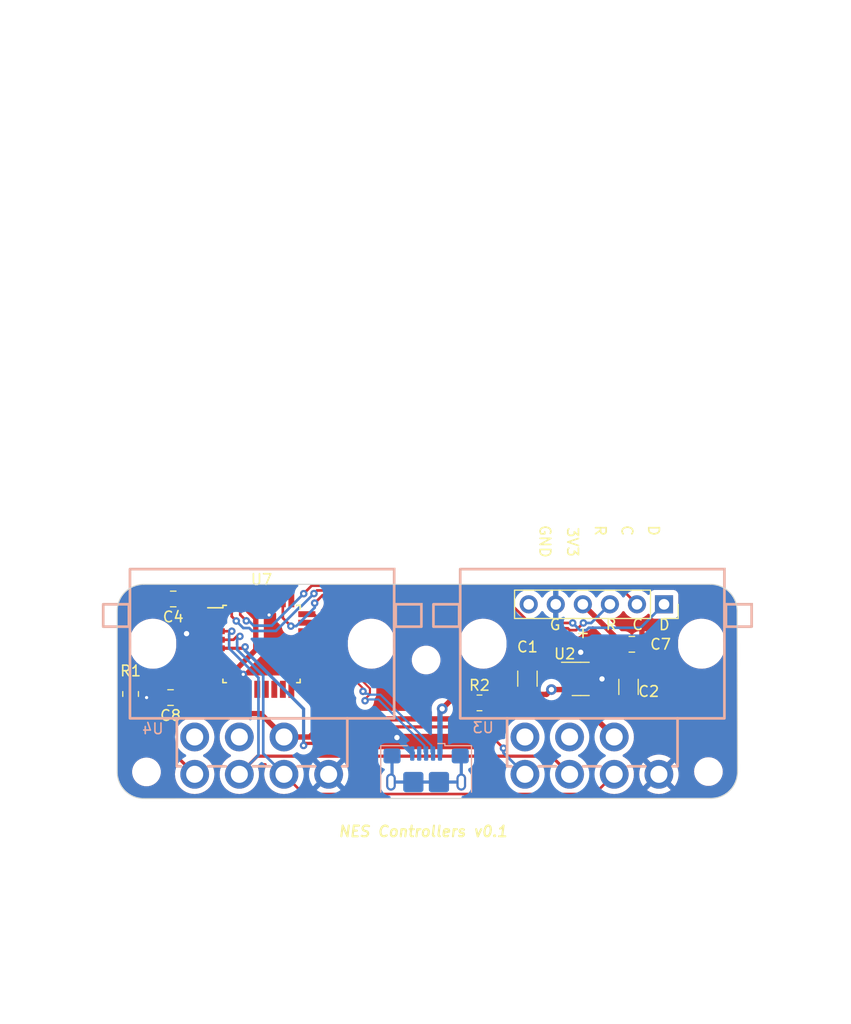
<source format=kicad_pcb>
(kicad_pcb (version 20221018) (generator pcbnew)
  (layers (0 "F.Cu" signal) (31 "B.Cu" signal) (34 "B.Paste" user) (35 "F.Paste" user) (36 "B.SilkS" user "B.Silkscreen") (37 "F.SilkS" user "F.Silkscreen") (38 "B.Mask" user) (39 "F.Mask" user) (44 "Edge.Cuts" user))
  (net 0 "")
  (net 1 "Net-(U7-VDDCORE)")
  (net 3 "/D2")
  (net 4 "/D1")
  (net 5 "VBUS")
  (net 6 "/D-")
  (net 9 "/L")
  (net 10 "/C")
  (net 16 "/D+")
  (net 28 "GND")
  (net 29 "unconnected-(J1-Shield-Pad6)")
  (net 30 "/RESET")
  (net 31 "+3V3")
  (net 32 "/SWCLK")
  (net 33 "/SWDIO")
  (footprint "Resistor_SMD:R_0805_2012Metric" (layer "F.Cu") (at 146.81 75.375)
    (fp_text reference "R2" (at 0 -1.65) (layer "F.SilkS"))
    (fp_text value "10k")
    (fp_line (start -0.227064 -0.735) (end 0.227064 -0.735) (stroke (width 0.12)) (layer "F.SilkS"))
    (fp_line (start -0.227064 0.735) (end 0.227064 0.735) (stroke (width 0.12)) (layer "F.SilkS"))
    (pad "1" smd roundrect (at -0.9125 0) (size 1.025 1.4) (layers "F.Cu" "F.Paste" "F.Mask") (roundrect_rratio 0.243902) (net 31 "+3V3"))
    (pad "2" smd roundrect (at 0.9125 0) (size 1.025 1.4) (layers "F.Cu" "F.Paste" "F.Mask") (roundrect_rratio 0.243902) (net 4 "/D1"))
  )
  (footprint "Capacitor_SMD:C_0805_2012Metric" (layer "F.Cu") (at 118.06 65.625 180)
    (fp_text reference "C4" (at 0 -1.68) (layer "F.SilkS"))
    (fp_text value "1uF")
    (fp_line (start -0.261252 -0.735) (end 0.261252 -0.735) (stroke (width 0.12)) (layer "F.SilkS"))
    (fp_line (start -0.261252 0.735) (end 0.261252 0.735) (stroke (width 0.12)) (layer "F.SilkS"))
    (pad "1" smd roundrect (at -0.95 0 180) (size 1 1.45) (layers "F.Cu" "F.Paste" "F.Mask") (net 1 "Net-(U7-VDDCORE)"))
    (pad "2" smd roundrect (at 0.95 0 180) (size 1 1.45) (layers "F.Cu" "F.Paste" "F.Mask") (net 28 "GND"))
  )
  (footprint "MountingHole:MountingHole_2.2mm_M2" (layer "F.Cu") (at 115.55 81.85)
    (fp_text reference "H1")
    (fp_text value "MountingHole")
    (pad "" np_thru_hole circle (at 0 0) (size 2.2 2.2) (drill 2.2) (layers "*.Cu" "*.Mask"))
  )
  (footprint "Package_QFP:TQFP-32_7x7mm_P0.8mm" (layer "F.Cu") (at 126.35 69.85)
    (fp_text reference "U7" (at 0 -6.05) (layer "F.SilkS"))
    (fp_text value "ATSAMD21E18A-A")
    (fp_line (start -3.625 -3.625) (end -3.625 -3.4) (stroke (width 0.15)) (layer "F.SilkS"))
    (fp_line (start -3.625 -3.625) (end -3.3 -3.625) (stroke (width 0.15)) (layer "F.SilkS"))
    (fp_line (start -3.625 -3.4) (end -5.05 -3.4) (stroke (width 0.15)) (layer "F.SilkS"))
    (fp_line (start -3.625 3.625) (end -3.625 3.3) (stroke (width 0.15)) (layer "F.SilkS"))
    (fp_line (start -3.625 3.625) (end -3.3 3.625) (stroke (width 0.15)) (layer "F.SilkS"))
    (fp_line (start 3.625 -3.625) (end 3.3 -3.625) (stroke (width 0.15)) (layer "F.SilkS"))
    (fp_line (start 3.625 -3.625) (end 3.625 -3.3) (stroke (width 0.15)) (layer "F.SilkS"))
    (fp_line (start 3.625 3.625) (end 3.3 3.625) (stroke (width 0.15)) (layer "F.SilkS"))
    (fp_line (start 3.625 3.625) (end 3.625 3.3) (stroke (width 0.15)) (layer "F.SilkS"))
    (pad "1" smd rect (at -4.25 -2.8) (size 1.6 0.55) (layers "F.Cu" "F.Paste" "F.Mask"))
    (pad "2" smd rect (at -4.25 -2) (size 1.6 0.55) (layers "F.Cu" "F.Paste" "F.Mask"))
    (pad "3" smd rect (at -4.25 -1.2) (size 1.6 0.55) (layers "F.Cu" "F.Paste" "F.Mask") (net 9 "/L"))
    (pad "4" smd rect (at -4.25 -0.4) (size 1.6 0.55) (layers "F.Cu" "F.Paste" "F.Mask") (net 10 "/C"))
    (pad "5" smd rect (at -4.25 0.4) (size 1.6 0.55) (layers "F.Cu" "F.Paste" "F.Mask") (net 4 "/D1"))
    (pad "6" smd rect (at -4.25 1.2) (size 1.6 0.55) (layers "F.Cu" "F.Paste" "F.Mask") (net 3 "/D2"))
    (pad "7" smd rect (at -4.25 2) (size 1.6 0.55) (layers "F.Cu" "F.Paste" "F.Mask"))
    (pad "8" smd rect (at -4.25 2.8) (size 1.6 0.55) (layers "F.Cu" "F.Paste" "F.Mask"))
    (pad "9" smd rect (at -2.8 4.25 90) (size 1.6 0.55) (layers "F.Cu" "F.Paste" "F.Mask") (net 31 "+3V3"))
    (pad "10" smd rect (at -2 4.25 90) (size 1.6 0.55) (layers "F.Cu" "F.Paste" "F.Mask") (net 28 "GND"))
    (pad "11" smd rect (at -1.2 4.25 90) (size 1.6 0.55) (layers "F.Cu" "F.Paste" "F.Mask"))
    (pad "12" smd rect (at -0.4 4.25 90) (size 1.6 0.55) (layers "F.Cu" "F.Paste" "F.Mask"))
    (pad "13" smd rect (at 0.4 4.25 90) (size 1.6 0.55) (layers "F.Cu" "F.Paste" "F.Mask"))
    (pad "14" smd rect (at 1.2 4.25 90) (size 1.6 0.55) (layers "F.Cu" "F.Paste" "F.Mask"))
    (pad "15" smd rect (at 2 4.25 90) (size 1.6 0.55) (layers "F.Cu" "F.Paste" "F.Mask"))
    (pad "16" smd rect (at 2.8 4.25 90) (size 1.6 0.55) (layers "F.Cu" "F.Paste" "F.Mask"))
    (pad "17" smd rect (at 4.25 2.8) (size 1.6 0.55) (layers "F.Cu" "F.Paste" "F.Mask"))
    (pad "18" smd rect (at 4.25 2) (size 1.6 0.55) (layers "F.Cu" "F.Paste" "F.Mask"))
    (pad "19" smd rect (at 4.25 1.2) (size 1.6 0.55) (layers "F.Cu" "F.Paste" "F.Mask"))
    (pad "20" smd rect (at 4.25 0.4) (size 1.6 0.55) (layers "F.Cu" "F.Paste" "F.Mask"))
    (pad "21" smd rect (at 4.25 -0.4) (size 1.6 0.55) (layers "F.Cu" "F.Paste" "F.Mask"))
    (pad "22" smd rect (at 4.25 -1.2) (size 1.6 0.55) (layers "F.Cu" "F.Paste" "F.Mask"))
    (pad "23" smd rect (at 4.25 -2) (size 1.6 0.55) (layers "F.Cu" "F.Paste" "F.Mask") (net 6 "/D-"))
    (pad "24" smd rect (at 4.25 -2.8) (size 1.6 0.55) (layers "F.Cu" "F.Paste" "F.Mask") (net 16 "/D+"))
    (pad "25" smd rect (at 2.8 -4.25 90) (size 1.6 0.55) (layers "F.Cu" "F.Paste" "F.Mask"))
    (pad "26" smd rect (at 2 -4.25 90) (size 1.6 0.55) (layers "F.Cu" "F.Paste" "F.Mask") (net 30 "/RESET"))
    (pad "27" smd rect (at 1.2 -4.25 90) (size 1.6 0.55) (layers "F.Cu" "F.Paste" "F.Mask"))
    (pad "28" smd rect (at 0.4 -4.25 90) (size 1.6 0.55) (layers "F.Cu" "F.Paste" "F.Mask") (net 28 "GND"))
    (pad "29" smd rect (at -0.4 -4.25 90) (size 1.6 0.55) (layers "F.Cu" "F.Paste" "F.Mask") (net 1 "Net-(U7-VDDCORE)"))
    (pad "30" smd rect (at -1.2 -4.25 90) (size 1.6 0.55) (layers "F.Cu" "F.Paste" "F.Mask") (net 31 "+3V3"))
    (pad "31" smd rect (at -2 -4.25 90) (size 1.6 0.55) (layers "F.Cu" "F.Paste" "F.Mask") (net 32 "/SWCLK"))
    (pad "32" smd rect (at -2.8 -4.25 90) (size 1.6 0.55) (layers "F.Cu" "F.Paste" "F.Mask") (net 33 "/SWDIO"))
  )
  (footprint "Capacitor_SMD:C_0805_2012Metric" (layer "F.Cu") (at 161.11 69.875)
    (fp_text reference "C7" (at 2.7 0 180) (layer "F.SilkS"))
    (fp_text value "1uF")
    (fp_line (start -0.261252 -0.735) (end 0.261252 -0.735) (stroke (width 0.12)) (layer "F.SilkS"))
    (fp_line (start -0.261252 0.735) (end 0.261252 0.735) (stroke (width 0.12)) (layer "F.SilkS"))
    (pad "1" smd roundrect (at -0.95 0) (size 1 1.45) (layers "F.Cu" "F.Paste" "F.Mask") (net 31 "+3V3"))
    (pad "2" smd roundrect (at 0.95 0) (size 1 1.45) (layers "F.Cu" "F.Paste" "F.Mask") (net 28 "GND"))
  )
  (footprint "Capacitor_SMD:C_1206_3216Metric" (layer "F.Cu") (at 151.31 73.1 90)
    (fp_text reference "C1" (at 2.975 0) (layer "F.SilkS"))
    (fp_text value "10uF")
    (fp_line (start -0.711252 -0.91) (end 0.711252 -0.91) (stroke (width 0.12)) (layer "F.SilkS"))
    (fp_line (start -0.711252 0.91) (end 0.711252 0.91) (stroke (width 0.12)) (layer "F.SilkS"))
    (pad "1" smd roundrect (at -1.475 0 90) (size 1.15 1.8) (layers "F.Cu" "F.Paste" "F.Mask") (roundrect_rratio 0.217391) (net 5 "VBUS"))
    (pad "2" smd roundrect (at 1.475 0 90) (size 1.15 1.8) (layers "F.Cu" "F.Paste" "F.Mask") (roundrect_rratio 0.217391) (net 28 "GND"))
  )
  (footprint "Package_TO_SOT_SMD:SOT-23-5" (layer "F.Cu") (at 156.31 73.125)
    (fp_text reference "U2" (at -1.5 -2.35 180) (layer "F.SilkS"))
    (fp_text value "AP2112K-3.3")
    (fp_line (start 0 -1.56) (end -1.8 -1.56) (stroke (width 0.12)) (layer "F.SilkS"))
    (fp_line (start 0 -1.56) (end 0.8 -1.56) (stroke (width 0.12)) (layer "F.SilkS"))
    (fp_line (start 0 1.56) (end -0.8 1.56) (stroke (width 0.12)) (layer "F.SilkS"))
    (fp_line (start 0 1.56) (end 0.8 1.56) (stroke (width 0.12)) (layer "F.SilkS"))
    (pad "1" smd roundrect (at -1.1375 -0.95) (size 1.325 0.6) (layers "F.Cu" "F.Paste" "F.Mask") (net 5 "VBUS"))
    (pad "2" smd roundrect (at -1.1375 0) (size 1.325 0.6) (layers "F.Cu" "F.Paste" "F.Mask") (net 28 "GND"))
    (pad "3" smd roundrect (at -1.1375 0.95) (size 1.325 0.6) (layers "F.Cu" "F.Paste" "F.Mask") (net 5 "VBUS"))
    (pad "4" smd roundrect (at 1.1375 0.95) (size 1.325 0.6) (layers "F.Cu" "F.Paste" "F.Mask"))
    (pad "5" smd roundrect (at 1.1375 -0.95) (size 1.325 0.6) (layers "F.Cu" "F.Paste" "F.Mask") (net 31 "+3V3"))
  )
  (footprint "Capacitor_SMD:C_0805_2012Metric" (layer "F.Cu") (at 117.81 74.875 180)
    (fp_text reference "C8" (at 0 -1.68) (layer "F.SilkS"))
    (fp_text value "1uF")
    (fp_line (start -0.261252 -0.735) (end 0.261252 -0.735) (stroke (width 0.12)) (layer "F.SilkS"))
    (fp_line (start -0.261252 0.735) (end 0.261252 0.735) (stroke (width 0.12)) (layer "F.SilkS"))
    (pad "1" smd roundrect (at -0.95 0 180) (size 1 1.45) (layers "F.Cu" "F.Paste" "F.Mask") (net 31 "+3V3"))
    (pad "2" smd roundrect (at 0.95 0 180) (size 1 1.45) (layers "F.Cu" "F.Paste" "F.Mask") (net 28 "GND"))
  )
  (footprint "Capacitor_SMD:C_1206_3216Metric" (layer "F.Cu") (at 160.8 73.875 -90)
    (fp_text reference "C2" (at 0.425 -1.9) (layer "F.SilkS"))
    (fp_text value "10uF")
    (fp_line (start -0.711252 -0.91) (end 0.711252 -0.91) (stroke (width 0.12)) (layer "F.SilkS"))
    (fp_line (start -0.711252 0.91) (end 0.711252 0.91) (stroke (width 0.12)) (layer "F.SilkS"))
    (pad "1" smd roundrect (at -1.475 0 270) (size 1.15 1.8) (layers "F.Cu" "F.Paste" "F.Mask") (roundrect_rratio 0.217391) (net 31 "+3V3"))
    (pad "2" smd roundrect (at 1.475 0 270) (size 1.15 1.8) (layers "F.Cu" "F.Paste" "F.Mask") (roundrect_rratio 0.217391) (net 28 "GND"))
  )
  (footprint "Resistor_SMD:R_0805_2012Metric" (layer "F.Cu") (at 114.06 74.5375 -90)
    (fp_text reference "R1" (at -2.1625 0 -180) (layer "F.SilkS"))
    (fp_text value "10k")
    (fp_line (start -0.227064 -0.735) (end 0.227064 -0.735) (stroke (width 0.12)) (layer "F.SilkS"))
    (fp_line (start -0.227064 0.735) (end 0.227064 0.735) (stroke (width 0.12)) (layer "F.SilkS"))
    (pad "1" smd roundrect (at -0.9125 0 270) (size 1.025 1.4) (layers "F.Cu" "F.Paste" "F.Mask") (roundrect_rratio 0.243902) (net 31 "+3V3"))
    (pad "2" smd roundrect (at 0.9125 0 270) (size 1.025 1.4) (layers "F.Cu" "F.Paste" "F.Mask") (roundrect_rratio 0.243902) (net 3 "/D2"))
  )
  (footprint "Connector_PinSocket_2.54mm:PinSocket_1x06_P2.54mm_Vertical" (layer "F.Cu") (at 164.13 66.125 -90)
    (fp_text reference "J3")
    (fp_text value "Conn_01x06")
    (fp_line (start -1.33 1.27) (end -1.33 14.03) (stroke (width 0.12)) (layer "F.SilkS"))
    (fp_line (start -1.33 1.27) (end 1.33 1.27) (stroke (width 0.12)) (layer "F.SilkS"))
    (fp_line (start -1.33 14.03) (end 1.33 14.03) (stroke (width 0.12)) (layer "F.SilkS"))
    (fp_line (start 0 -1.33) (end 1.33 -1.33) (stroke (width 0.12)) (layer "F.SilkS"))
    (fp_line (start 1.33 -1.33) (end 1.33 0) (stroke (width 0.12)) (layer "F.SilkS"))
    (fp_line (start 1.33 1.27) (end 1.33 14.03) (stroke (width 0.12)) (layer "F.SilkS"))
    (pad "1" thru_hole rect (at 0 0 270) (size 1.7 1.7) (drill 1) (layers "*.Cu" "*.Mask") (net 33 "/SWDIO"))
    (pad "2" thru_hole oval (at 0 2.54 270) (size 1.7 1.7) (drill 1) (layers "*.Cu" "*.Mask") (net 32 "/SWCLK"))
    (pad "3" thru_hole oval (at 0 5.08 270) (size 1.7 1.7) (drill 1) (layers "*.Cu" "*.Mask") (net 30 "/RESET"))
    (pad "4" thru_hole oval (at 0 7.62 270) (size 1.7 1.7) (drill 1) (layers "*.Cu" "*.Mask") (net 31 "+3V3"))
    (pad "5" thru_hole oval (at 0 10.16 270) (size 1.7 1.7) (drill 1) (layers "*.Cu" "*.Mask") (net 28 "GND"))
    (pad "6" thru_hole oval (at 0 12.7 270) (size 1.7 1.7) (drill 1) (layers "*.Cu" "*.Mask"))
  )
  (footprint "MountingHole:MountingHole_2.2mm_M2" (layer "F.Cu") (at 141.8 71.35)
    (fp_text reference "H3")
    (fp_text value "MountingHole")
    (pad "" np_thru_hole circle (at 0 0) (size 2.2 2.2) (drill 2.2) (layers "*.Cu" "*.Mask"))
  )
  (footprint "MountingHole:MountingHole_2.2mm_M2" (layer "F.Cu") (at 168.3 81.817767)
    (fp_text reference "H2")
    (fp_text value "MountingHole")
    (pad "" np_thru_hole circle (at 0 0) (size 2.2 2.2) (drill 2.2) (layers "*.Cu" "*.Mask"))
  )
  (footprint "Minor_Industries:NES controller port" (layer "B.Cu") (at 157.4 77.0724)
    (fp_text reference "U3" (at -10.25 0.6276 unlocked) (layer "B.SilkS") (effects (justify mirror)))
    (fp_text value "~")
    (fp_line (start -8 4.25) (end -8 -0.25) (stroke (width 0.254)) (layer "B.SilkS"))
    (fp_line (start -8 4.25) (end -7.6 4.25) (stroke (width 0.254)) (layer "B.SilkS"))
    (fp_line (start -3.41 4.25) (end -5.05 4.25) (stroke (width 0.254)) (layer "B.SilkS"))
    (fp_line (start 0.78 4.25) (end -0.86 4.25) (stroke (width 0.254)) (layer "B.SilkS"))
    (fp_line (start 4.97 4.25) (end 3.33 4.25) (stroke (width 0.254)) (layer "B.SilkS"))
    (fp_line (start 8 -0.25) (end 8 4.25) (stroke (width 0.254)) (layer "B.SilkS"))
    (fp_line (start 8 4.25) (end 7.53 4.25) (stroke (width 0.254)) (layer "B.SilkS"))
    (fp_rect (start -12.5 -10.95) (end -14.913 -8.85) (stroke (width 0.254)) (fill none) (layer "B.SilkS"))
    (fp_rect (start 12.4 -14.25) (end -12.4 -0.25) (stroke (width 0.254)) (fill none) (layer "B.SilkS"))
    (fp_rect (start 14.9565 -10.95) (end 12.5435 -8.85) (stroke (width 0.254)) (fill none) (layer "B.SilkS"))
    (pad "" np_thru_hole oval (at -10.25 -7.25) (size 3.9 4.2) (drill oval 3.9 4.2) (layers "F&B.Cu" "*.Mask"))
    (pad "" thru_hole circle (at -6.325 1.5) (size 2.7 2.7) (drill 1.6) (layers "*.Cu" "*.Mask"))
    (pad "" thru_hole circle (at -2.134 1.5) (size 2.7 2.7) (drill 1.6) (layers "*.Cu" "*.Mask"))
    (pad "" np_thru_hole oval (at 10.25 -7.25) (size 3.9 4.2) (drill oval 3.9 4.2) (layers "F&B.Cu" "*.Mask"))
    (pad "1" thru_hole circle (at 2.057 1.5) (size 2.7 2.7) (drill 1.6) (layers "*.Cu" "*.Mask") (net 31 "+3V3"))
    (pad "2" thru_hole circle (at 6.25 5) (size 2.7 2.7) (drill 1.6) (layers "*.Cu" "*.Mask") (net 28 "GND"))
    (pad "3" thru_hole circle (at -6.325 5) (size 2.7 2.7) (drill 1.6) (layers "*.Cu" "*.Mask") (net 4 "/D1"))
    (pad "4" thru_hole circle (at -2.134 5) (size 2.7 2.7) (drill 1.6) (layers "*.Cu" "*.Mask") (net 9 "/L"))
    (pad "5" thru_hole circle (at 2.057 5) (size 2.7 2.7) (drill 1.6) (layers "*.Cu" "*.Mask") (net 10 "/C"))
  )
  (footprint "Minor_Industries:NES controller port" (layer "B.Cu") (at 126.4 77.0724)
    (fp_text reference "U4" (at -10.25 0.7276 unlocked) (layer "B.SilkS") (effects (justify mirror)))
    (fp_text value "~")
    (fp_line (start -8 4.25) (end -8 -0.25) (stroke (width 0.254)) (layer "B.SilkS"))
    (fp_line (start -8 4.25) (end -7.6 4.25) (stroke (width 0.254)) (layer "B.SilkS"))
    (fp_line (start -3.41 4.25) (end -5.05 4.25) (stroke (width 0.254)) (layer "B.SilkS"))
    (fp_line (start 0.78 4.25) (end -0.86 4.25) (stroke (width 0.254)) (layer "B.SilkS"))
    (fp_line (start 4.97 4.25) (end 3.33 4.25) (stroke (width 0.254)) (layer "B.SilkS"))
    (fp_line (start 8 -0.25) (end 8 4.25) (stroke (width 0.254)) (layer "B.SilkS"))
    (fp_line (start 8 4.25) (end 7.53 4.25) (stroke (width 0.254)) (layer "B.SilkS"))
    (fp_rect (start -12.5 -10.95) (end -14.913 -8.85) (stroke (width 0.254)) (fill none) (layer "B.SilkS"))
    (fp_rect (start 12.4 -14.25) (end -12.4 -0.25) (stroke (width 0.254)) (fill none) (layer "B.SilkS"))
    (fp_rect (start 14.9565 -10.95) (end 12.5435 -8.85) (stroke (width 0.254)) (fill none) (layer "B.SilkS"))
    (pad "" np_thru_hole oval (at -10.25 -7.25) (size 3.9 4.2) (drill oval 3.9 4.2) (layers "F&B.Cu" "*.Mask"))
    (pad "" thru_hole circle (at -6.325 1.5) (size 2.7 2.7) (drill 1.6) (layers "*.Cu" "*.Mask"))
    (pad "" thru_hole circle (at -2.134 1.5) (size 2.7 2.7) (drill 1.6) (layers "*.Cu" "*.Mask"))
    (pad "" np_thru_hole oval (at 10.25 -7.25) (size 3.9 4.2) (drill oval 3.9 4.2) (layers "F&B.Cu" "*.Mask"))
    (pad "1" thru_hole circle (at 2.057 1.5) (size 2.7 2.7) (drill 1.6) (layers "*.Cu" "*.Mask") (net 31 "+3V3"))
    (pad "2" thru_hole circle (at 6.25 5) (size 2.7 2.7) (drill 1.6) (layers "*.Cu" "*.Mask") (net 28 "GND"))
    (pad "3" thru_hole circle (at -6.325 5) (size 2.7 2.7) (drill 1.6) (layers "*.Cu" "*.Mask") (net 3 "/D2"))
    (pad "4" thru_hole circle (at -2.134 5) (size 2.7 2.7) (drill 1.6) (layers "*.Cu" "*.Mask") (net 9 "/L"))
    (pad "5" thru_hole circle (at 2.057 5) (size 2.7 2.7) (drill 1.6) (layers "*.Cu" "*.Mask") (net 10 "/C"))
  )
  (footprint "Connector_USB:USB_Micro-B_Amphenol_10118193-0001LF_Horizontal" (layer "B.Cu") (at 141.8 82.8 180)
    (fp_text reference "J1")
    (fp_text value "USB_B_Micro")
    (fp_line (start -4.26 3.41) (end -4.26 -0.95) (stroke (width 0.12)) (layer "B.SilkS"))
    (fp_line (start -4.26 3.41) (end -1.76 3.41) (stroke (width 0.12)) (layer "B.SilkS"))
    (fp_line (start -1.76 3.41) (end -1.76 3.61) (stroke (width 0.12)) (layer "B.SilkS"))
    (fp_line (start -1.1 3.61) (end -1.76 3.61) (stroke (width 0.12)) (layer "B.SilkS"))
    (fp_line (start 1.76 3.41) (end 4.26 3.41) (stroke (width 0.12)) (layer "B.SilkS"))
    (fp_line (start 4.26 3.41) (end 4.26 -0.95) (stroke (width 0.12)) (layer "B.SilkS"))
    (pad "1" smd roundrect (at -1.3 2.675 180) (size 0.4 1.35) (layers "B.Cu" "B.Paste" "B.Mask") (net 5 "VBUS"))
    (pad "2" smd roundrect (at -0.65 2.675 180) (size 0.4 1.35) (layers "B.Cu" "B.Paste" "B.Mask") (net 6 "/D-"))
    (pad "3" smd roundrect (at 0 2.675 180) (size 0.4 1.35) (layers "B.Cu" "B.Paste" "B.Mask") (net 16 "/D+"))
    (pad "4" smd roundrect (at 0.65 2.675 180) (size 0.4 1.35) (layers "B.Cu" "B.Paste" "B.Mask"))
    (pad "5" smd roundrect (at 1.3 2.675 180) (size 0.4 1.35) (layers "B.Cu" "B.Paste" "B.Mask") (net 28 "GND"))
    (pad "6" thru_hole oval (at -3.3 0 90) (size 1.6 0.9) (drill oval 1.2 0.5) (layers "*.Cu" "*.Mask" "B.Paste") (net 29 "unconnected-(J1-Shield-Pad6)"))
    (pad "6" smd roundrect (at -3.2 2.45 180) (size 1.6 1.4) (layers "B.Cu" "B.Paste" "B.Mask") (roundrect_rratio 0.1785714286) (net 29 "unconnected-(J1-Shield-Pad6)"))
    (pad "6" smd roundrect (at -1.2 0 180) (size 1.9 1.9) (layers "B.Cu" "B.Paste" "B.Mask") (roundrect_rratio 0.1315789474) (net 29 "unconnected-(J1-Shield-Pad6)"))
    (pad "6" smd roundrect (at 1.2 0 180) (size 1.9 1.9) (layers "B.Cu" "B.Paste" "B.Mask") (roundrect_rratio 0.1315789474) (net 29 "unconnected-(J1-Shield-Pad6)"))
    (pad "6" smd roundrect (at 3.2 2.45 180) (size 1.6 1.4) (layers "B.Cu" "B.Paste" "B.Mask") (roundrect_rratio 0.1785714286) (net 29 "unconnected-(J1-Shield-Pad6)"))
    (pad "6" thru_hole oval (at 3.3 0 90) (size 1.6 0.9) (drill oval 1.2 0.5) (layers "*.Cu" "*.Mask" "B.Paste") (net 29 "unconnected-(J1-Shield-Pad6)"))
  )
  (gr_arc (start 112.8 66.75) (mid 113.532233 64.982233) (end 115.3 64.25) (stroke (width 0.1)) (layer "Edge.Cuts"))
  (gr_line (start 115.3 84.35) (end 168.532239 84.332219) (stroke (width 0.1)) (layer "Edge.Cuts"))
  (gr_arc (start 168.5 64.25) (mid 170.267767 64.982233) (end 171 66.75) (stroke (width 0.1)) (layer "Edge.Cuts"))
  (gr_line (start 115.3 64.25) (end 168.5 64.25) (stroke (width 0.1)) (layer "Edge.Cuts"))
  (gr_line (start 171 66.75) (end 171.032239 81.832219) (stroke (width 0.1)) (layer "Edge.Cuts"))
  (gr_arc (start 171.032239 81.832219) (mid 170.3 83.6) (end 168.532239 84.332219) (stroke (width 0.1)) (layer "Edge.Cuts"))
  (gr_arc (start 115.3 84.35) (mid 113.532257 83.617763) (end 112.8 81.85) (stroke (width 0.1)) (layer "Edge.Cuts"))
  (gr_line (start 112.8 66.75) (end 112.8 81.85) (stroke (width 0.1)) (layer "Edge.Cuts"))
  (gr_text "G" (at 153.31 68.625) (layer "F.SilkS") (effects (font (size 1 1)) (justify left bottom)))
  (gr_text "C" (at 160.07 58.6 -90) (layer "F.SilkS") (effects (font (size 1 1)) (justify left bottom)))
  (gr_text "GND" (at 152.37 58.6 -90) (layer "F.SilkS") (effects (font (size 1 1)) (justify left bottom)))
  (gr_text "NES Controllers v0.1" (at 133.48 88.02) (layer "F.SilkS") (effects (font (size 1 1) (thickness 0.2) bold italic) (justify left bottom)))
  (gr_text "R" (at 157.57 58.6 -90) (layer "F.SilkS") (effects (font (size 1 1)) (justify left bottom)))
  (gr_text "C" (at 161.06 68.625) (layer "F.SilkS") (effects (font (size 1 1)) (justify left bottom)))
  (gr_text "+" (at 155.81 69.375) (layer "F.SilkS") (effects (font (size 1 1)) (justify left bottom)))
  (gr_text "D" (at 163.56 68.625) (layer "F.SilkS") (effects (font (size 1 1)) (justify left bottom)))
  (gr_text "R" (at 158.56 68.625) (layer "F.SilkS") (effects (font (size 1 1)) (justify left bottom)))
  (gr_text "D" (at 162.57 58.6 -90) (layer "F.SilkS") (effects (font (size 1 1)) (justify left bottom)))
  (gr_text "3V3" (at 154.97 58.8 -90) (layer "F.SilkS") (effects (font (size 1 1)) (justify left bottom)))
  (segment (start 120.185 64.45) (end 125.775 64.45) (width 0.3) (layer "F.Cu") (net 1))
  (segment (start 119.01 65.625) (end 120.185 64.45) (width 0.3) (layer "F.Cu") (net 1))
  (segment (start 125.775 64.45) (end 125.95 64.625) (width 0.3) (layer "F.Cu") (net 1))
  (segment (start 125.95 64.625) (end 125.95 65.6) (width 0.3) (layer "F.Cu") (net 1))
  (segment (start 113.01 73.113972) (end 113.801572 72.3224) (width 0.3) (layer "F.Cu") (net 3))
  (segment (start 114.06 75.45) (end 114.06 76.0574) (width 0.3) (layer "F.Cu") (net 3))
  (segment (start 114.06 75.45) (end 114.06 75.186028) (width 0.3) (layer "F.Cu") (net 3))
  (segment (start 120.635 71.05) (end 122.1 71.05) (width 0.3) (layer "F.Cu") (net 3))
  (segment (start 113.801572 72.3224) (end 119.3626 72.3224) (width 0.3) (layer "F.Cu") (net 3))
  (segment (start 114.06 75.186028) (end 113.01 74.136028) (width 0.3) (layer "F.Cu") (net 3))
  (segment (start 114.06 76.0574) (end 120.075 82.0724) (width 0.3) (layer "F.Cu") (net 3))
  (segment (start 113.01 74.136028) (end 113.01 73.113972) (width 0.3) (layer "F.Cu") (net 3))
  (segment (start 119.3626 72.3224) (end 120.635 71.05) (width 0.3) (layer "F.Cu") (net 3))
  (segment (start 147.7225 78.2875) (end 147.7225 75.375) (width 0.25) (layer "F.Cu") (net 4))
  (segment (start 130.496768 79.1724) (end 131.111128 79.1724) (width 0.3) (layer "F.Cu") (net 4))
  (segment (start 130.297268 79.3719) (end 130.496768 79.1724) (width 0.3) (layer "F.Cu") (net 4))
  (segment (start 132.658528 77.625) (end 145.4725 77.625) (width 0.3) (layer "F.Cu") (net 4))
  (segment (start 124.685 70.25) (end 124.81 70.125) (width 0.3) (layer "F.Cu") (net 4))
  (segment (start 149.06 79.625) (end 147.7225 78.2875) (width 0.25) (layer "F.Cu") (net 4))
  (segment (start 145.4725 77.625) (end 147.7225 75.375) (width 0.3) (layer "F.Cu") (net 4))
  (segment (start 131.111128 79.1724) (end 132.658528 77.625) (width 0.3) (layer "F.Cu") (net 4))
  (segment (start 122.1 70.25) (end 124.685 70.25) (width 0.3) (layer "F.Cu") (net 4))
  (via (at 124.81 70.125) (size 0.7) (drill 0.3) (layers "F.Cu" "B.Cu") (net 4))
  (via (at 149.06 79.625) (size 0.7) (drill 0.3) (layers "F.Cu" "B.Cu") (net 4))
  (via (at 130.297268 79.3719) (size 0.7) (drill 0.3) (layers "F.Cu" "B.Cu") (net 4))
  (segment (start 149.06 80.0574) (end 149.06 79.625) (width 0.25) (layer "B.Cu") (net 4))
  (segment (start 130.297268 75.940516) (end 124.81 70.453248) (width 0.3) (layer "B.Cu") (net 4))
  (segment (start 124.81 70.453248) (end 124.81 70.125) (width 0.3) (layer "B.Cu") (net 4))
  (segment (start 151.075 82.0724) (end 149.06 80.0574) (width 0.25) (layer "B.Cu") (net 4))
  (segment (start 130.297268 79.3719) (end 130.297268 75.940516) (width 0.3) (layer "B.Cu") (net 4))
  (segment (start 145.7105 73.525) (end 150.26 73.525) (width 0.5) (layer "F.Cu") (net 5))
  (segment (start 143.31 75.9255) (end 145.7105 73.525) (width 0.5) (layer "F.Cu") (net 5))
  (segment (start 151.31 74.575) (end 153.11 74.575) (width 0.5) (layer "F.Cu") (net 5))
  (segment (start 150.26 73.525) (end 151.31 74.575) (width 0.5) (layer "F.Cu") (net 5))
  (segment (start 153.71 72.175) (end 155.1725 72.175) (width 0.5) (layer "F.Cu") (net 5))
  (segment (start 153.56 74.125) (end 155.1225 74.125) (width 0.5) (layer "F.Cu") (net 5))
  (segment (start 153.11 74.575) (end 153.56 74.125) (width 0.5) (layer "F.Cu") (net 5))
  (segment (start 151.31 74.575) (end 153.71 72.175) (width 0.5) (layer "F.Cu") (net 5))
  (segment (start 155.1225 74.125) (end 155.1725 74.075) (width 0.5) (layer "F.Cu") (net 5))
  (via (at 153.56 74.125) (size 1) (drill 0.5) (layers "F.Cu" "B.Cu") (net 5))
  (via (at 143.31 75.9255) (size 1) (drill 0.5) (layers "F.Cu" "B.Cu") (net 5))
  (segment (start 143.1 76.1355) (end 143.31 75.9255) (width 0.5) (layer "B.Cu") (net 5))
  (segment (start 143.1 80.125) (end 143.1 76.1355) (width 0.5) (layer "B.Cu") (net 5))
  (segment (start 131.7 69.833199) (end 131.7 68.075) (width 0.2) (layer "F.Cu") (net 6))
  (segment (start 131.7 68.075) (end 130.6 68.075) (width 0.2) (layer "F.Cu") (net 6))
  (segment (start 135.875741 74.291074) (end 135.875741 74.00894) (width 0.2) (layer "F.Cu") (net 6))
  (segment (start 135.875741 74.00894) (end 131.7 69.833199) (width 0.2) (layer "F.Cu") (net 6))
  (segment (start 130.6 68.075) (end 130.6 67.85) (width 0.2) (layer "F.Cu") (net 6))
  (via (at 135.875741 74.291074) (size 0.7) (drill 0.3) (layers "F.Cu" "B.Cu") (net 6))
  (segment (start 142.3 79.975) (end 142.45 80.125) (width 0.2) (layer "B.Cu") (net 6))
  (segment (start 136.339048 74.519392) (end 136.421922 74.602266) (width 0.2) (layer "B.Cu") (net 6))
  (segment (start 136.421922 74.602266) (end 137.517951 74.602266) (width 0.2) (layer "B.Cu") (net 6))
  (segment (start 135.875741 74.291074) (end 136.104059 74.519392) (width 0.2) (layer "B.Cu") (net 6))
  (segment (start 142.3 79.384315) (end 142.3 79.975) (width 0.2) (layer "B.Cu") (net 6))
  (segment (start 137.517951 74.602266) (end 142.3 79.384315) (width 0.2) (layer "B.Cu") (net 6))
  (segment (start 136.104059 74.519392) (end 136.339048 74.519392) (width 0.2) (layer "B.Cu") (net 6))
  (segment (start 125.966 80.3724) (end 124.266 82.0724) (width 0.3) (layer "F.Cu") (net 9))
  (segment (start 123.56 68.65) (end 122.1 68.65) (width 0.25) (layer "F.Cu") (net 9))
  (segment (start 155.266 82.0724) (end 153.566 80.3724) (width 0.3) (layer "F.Cu") (net 9))
  (segment (start 153.566 80.3724) (end 125.966 80.3724) (width 0.3) (layer "F.Cu") (net 9))
  (via (at 123.56 68.65) (size 0.7) (drill 0.3) (layers "F.Cu" "B.Cu") (net 9))
  (segment (start 123.31 70.261396) (end 126.06 73.011396) (width 0.25) (layer "B.Cu") (net 9))
  (segment (start 123.56 68.65) (end 123.31 68.9) (width 0.25) (layer "B.Cu") (net 9))
  (segment (start 126.06 80.2784) (end 124.266 82.0724) (width 0.25) (layer "B.Cu") (net 9))
  (segment (start 126.06 73.011396) (end 126.06 80.2784) (width 0.25) (layer "B.Cu") (net 9))
  (segment (start 123.31 68.9) (end 123.31 70.261396) (width 0.25) (layer "B.Cu") (net 9))
  (segment (start 157.6044 83.925) (end 159.457 82.0724) (width 0.25) (layer "F.Cu") (net 10))
  (segment (start 123.714595 69.45) (end 122.1 69.45) (width 0.25) (layer "F.Cu") (net 10))
  (segment (start 128.457 82.0724) (end 130.3096 83.925) (width 0.25) (layer "F.Cu") (net 10))
  (segment (start 124.033315 69.13128) (end 123.714595 69.45) (width 0.25) (layer "F.Cu") (net 10))
  (segment (start 130.3096 83.925) (end 157.6044 83.925) (width 0.25) (layer "F.Cu") (net 10))
  (segment (start 124.319916 69.13128) (end 124.033315 69.13128) (width 0.25) (layer "F.Cu") (net 10))
  (via (at 124.319916 69.13128) (size 0.7) (drill 0.3) (layers "F.Cu" "B.Cu") (net 10))
  (segment (start 126.51 72.825) (end 126.51 80.1254) (width 0.25) (layer "B.Cu") (net 10))
  (segment (start 124.06 70.375) (end 126.51 72.825) (width 0.25) (layer "B.Cu") (net 10))
  (segment (start 124.319916 69.13128) (end 124.06 69.391196) (width 0.25) (layer "B.Cu") (net 10))
  (segment (start 126.51 80.1254) (end 128.457 82.0724) (width 0.25) (layer "B.Cu") (net 10))
  (segment (start 124.06 69.391196) (end 124.06 70.375) (width 0.25) (layer "B.Cu") (net 10))
  (segment (start 136.069809 75.169392) (end 136.069809 75.016245) (width 0.2) (layer "F.Cu") (net 16))
  (segment (start 131.311368 67.05) (end 130.6 67.05) (width 0.2) (layer "F.Cu") (net 16))
  (segment (start 136.525741 74.560313) (end 136.525741 74.022542) (width 0.2) (layer "F.Cu") (net 16))
  (segment (start 132.14998 67.888612) (end 131.311368 67.05) (width 0.2) (layer "F.Cu") (net 16))
  (segment (start 136.525741 74.022542) (end 132.14998 69.646781) (width 0.2) (layer "F.Cu") (net 16))
  (segment (start 136.069809 75.016245) (end 136.525741 74.560313) (width 0.2) (layer "F.Cu") (net 16))
  (segment (start 132.14998 69.646781) (end 132.14998 67.888612) (width 0.2) (layer "F.Cu") (net 16))
  (via (at 136.069809 75.169392) (size 0.7) (drill 0.3) (layers "F.Cu" "B.Cu") (net 16))
  (segment (start 141.65 79.384315) (end 141.65 79.961397) (width 0.2) (layer "B.Cu") (net 16))
  (segment (start 136.069809 75.169392) (end 136.186933 75.052268) (width 0.2) (layer "B.Cu") (net 16))
  (segment (start 136.186933 75.052268) (end 137.317953 75.052268) (width 0.2) (layer "B.Cu") (net 16))
  (segment (start 141.65 79.961397) (end 141.8 80.111397) (width 0.2) (layer "B.Cu") (net 16))
  (segment (start 137.317953 75.052268) (end 141.65 79.384315) (width 0.2) (layer "B.Cu") (net 16))
  (segment (start 141.8 80.111397) (end 141.8 80.125) (width 0.2) (layer "B.Cu") (net 16))
  (segment (start 126.75 66.815) (end 127.06 67.125) (width 0.3) (layer "F.Cu") (net 28))
  (segment (start 155.1725 73.125) (end 155.592107 73.125) (width 0.3) (layer "F.Cu") (net 28))
  (segment (start 158.31 73.1245) (end 158.3095 73.125) (width 0.3) (layer "F.Cu") (net 28))
  (segment (start 158.3095 73.125) (end 155.1725 73.125) (width 0.3) (layer "F.Cu") (net 28))
  (segment (start 124.35 72.980664) (end 124.632832 72.697832) (width 0.3) (layer "F.Cu") (net 28))
  (segment (start 116.86 74.875) (end 115.56 74.875) (width 0.3) (layer "F.Cu") (net 28))
  (segment (start 126.75 65.6) (end 126.75 66.815) (width 0.3) (layer "F.Cu") (net 28))
  (segment (start 124.35 74.1) (end 124.35 72.980664) (width 0.3) (layer "F.Cu") (net 28))
  (segment (start 155.592107 73.125) (end 156.31 72.407107) (width 0.3) (layer "F.Cu") (net 28))
  (segment (start 156.31 72.407107) (end 156.31 70.625) (width 0.3) (layer "F.Cu") (net 28))
  (via (at 124.632832 72.697832) (size 0.7) (drill 0.3) (layers "F.Cu" "B.Cu") (net 28))
  (via (at 139.06 78.625) (size 1) (drill 0.5) (layers "F.Cu" "B.Cu") (net 28))
  (via (at 119.31 68.875) (size 1) (drill 0.5) (layers "F.Cu" "B.Cu") (net 28))
  (via (at 127.06 67.125) (size 0.7) (drill 0.3) (layers "F.Cu" "B.Cu") (net 28))
  (via (at 115.56 74.875) (size 0.7) (drill 0.3) (layers "F.Cu" "B.Cu") (net 28))
  (via (at 156.31 70.625) (size 1) (drill 0.5) (layers "F.Cu" "B.Cu") (net 28))
  (via (at 158.31 73.1245) (size 1) (drill 0.5) (layers "F.Cu" "B.Cu") (net 28))
  (segment (start 140.5 80.125) (end 140.5 80.065) (width 0.5) (layer "B.Cu") (net 28))
  (segment (start 140.5 80.065) (end 139.06 78.625) (width 0.5) (layer "B.Cu") (net 28))
  (segment (start 138.6 82.7) (end 138.5 82.8) (width 0.3) (layer "B.Cu") (net 29))
  (segment (start 138.6 80.35) (end 138.6 82.7) (width 0.3) (layer "B.Cu") (net 29))
  (segment (start 145.1 80.45) (end 145 80.35) (width 0.3) (layer "B.Cu") (net 29))
  (segment (start 140.6 82.8) (end 143 82.8) (width 0.3) (layer "B.Cu") (net 29))
  (segment (start 138.5 82.8) (end 140.6 82.8) (width 0.3) (layer "B.Cu") (net 29))
  (segment (start 145.1 82.8) (end 145.1 80.45) (width 0.3) (layer "B.Cu") (net 29))
  (segment (start 143 82.8) (end 145.1 82.8) (width 0.3) (layer "B.Cu") (net 29))
  (segment (start 155.280405 68.55) (end 155.885 68.55) (width 0.25) (layer "F.Cu") (net 30))
  (segment (start 128.35 67.415) (end 129.105142 68.170142) (width 0.25) (layer "F.Cu") (net 30))
  (segment (start 131.338434 66.013254) (end 132.076688 65.275) (width 0.25) (layer "F.Cu") (net 30))
  (segment (start 132.076688 65.275) (end 148.281903 65.275) (width 0.25) (layer "F.Cu") (net 30))
  (segment (start 155.885 68.55) (end 156.56 67.875) (width 0.25) (layer "F.Cu") (net 30))
  (segment (start 151.381903 68.375) (end 155.105405 68.375) (width 0.25) (layer "F.Cu") (net 30))
  (segment (start 148.281903 65.275) (end 151.381903 68.375) (width 0.25) (layer "F.Cu") (net 30))
  (segment (start 128.35 65.6) (end 128.35 67.415) (width 0.25) (layer "F.Cu") (net 30))
  (segment (start 155.105405 68.375) (end 155.280405 68.55) (width 0.25) (layer "F.Cu") (net 30))
  (via (at 131.338434 66.013254) (size 0.7) (drill 0.3) (layers "F.Cu" "B.Cu") (net 30))
  (via (at 156.56 67.875) (size 0.7) (drill 0.3) (layers "F.Cu" "B.Cu") (net 30))
  (via (at 129.105142 68.170142) (size 0.7) (drill 0.3) (layers "F.Cu" "B.Cu") (net 30))
  (segment (start 131.338434 66.438952) (end 129.607244 68.170142) (width 0.25) (layer "B.Cu") (net 30))
  (segment (start 156.56 67.875) (end 157.3 67.875) (width 0.25) (layer "B.Cu") (net 30))
  (segment (start 131.338434 66.013254) (end 131.338434 66.438952) (width 0.25) (layer "B.Cu") (net 30))
  (segment (start 129.607244 68.170142) (end 129.105142 68.170142) (width 0.25) (layer "B.Cu") (net 30))
  (segment (start 157.3 67.875) (end 159.05 66.125) (width 0.25) (layer "B.Cu") (net 30))
  (segment (start 145.8975 75.375) (end 147.0475 74.225) (width 0.5) (layer "F.Cu") (net 31))
  (segment (start 130.8626 78.5724) (end 128.457 78.5724) (width 0.5) (layer "F.Cu") (net 31))
  (segment (start 132.56 76.875) (end 130.8626 78.5724) (width 0.5) (layer "F.Cu") (net 31))
  (segment (start 125.81 70.39) (end 123.55 72.65) (width 0.5) (layer "F.Cu") (net 31))
  (segment (start 160.16 69.875) (end 160.16 69.775) (width 0.5) (layer "F.Cu") (net 31))
  (segment (start 157.9425 75.2575) (end 157.9425 77.0579) (width 0.5) (layer "F.Cu") (net 31))
  (segment (start 124.65 76.375) (end 123.55 75.275) (width 0.5) (layer "F.Cu") (net 31))
  (segment (start 123.55 72.65) (end 123.55 74.1) (width 0.5) (layer "F.Cu") (net 31))
  (segment (start 118.76 74.875) (end 122.775 74.875) (width 0.5) (layer "F.Cu") (net 31))
  (segment (start 122.775 74.875) (end 123.55 74.1) (width 0.5) (layer "F.Cu") (net 31))
  (segment (start 123.55 75.275) (end 123.55 74.1) (width 0.5) (layer "F.Cu") (net 31))
  (segment (start 160.16 71.76) (end 160.8 72.4) (width 0.5) (layer "F.Cu") (net 31))
  (segment (start 160.16 69.875) (end 160.16 71.76) (width 0.5) (layer "F.Cu") (net 31))
  (segment (start 128.457 78.5724) (end 126.2596 76.375) (width 0.5) (layer "F.Cu") (net 31))
  (segment (start 157.9425 75.2575) (end 160.8 72.4) (width 0.5) (layer "F.Cu") (net 31))
  (segment (start 117.51 73.625) (end 118.76 74.875) (width 0.3) (layer "F.Cu") (net 31))
  (segment (start 150.370051 75.6) (end 157.6 75.6) (width 0.5) (layer "F.Cu") (net 31))
  (segment (start 157.4475 72.175) (end 160.575 72.175) (width 0.5) (layer "F.Cu") (net 31))
  (segment (start 114.06 73.625) (end 117.51 73.625) (width 0.3) (layer "F.Cu") (net 31))
  (segment (start 125.15 65.6) (end 125.15 66.775) (width 0.5) (layer "F.Cu") (net 31))
  (segment (start 160.16 69.775) (end 156.51 66.125) (width 0.5) (layer "F.Cu") (net 31))
  (segment (start 125.15 66.775) (end 125.81 67.435) (width 0.5) (layer "F.Cu") (net 31))
  (segment (start 145.8975 75.375) (end 144.3975 76.875) (width 0.5) (layer "F.Cu") (net 31))
  (segment (start 148.995051 74.225) (end 150.370051 75.6) (width 0.5) (layer "F.Cu") (net 31))
  (segment (start 125.81 67.435) (end 125.81 70.39) (width 0.5) (layer "F.Cu") (net 31))
  (segment (start 147.0475 74.225) (end 148.995051 74.225) (width 0.5) (layer "F.Cu") (net 31))
  (segment (start 157.6 75.6) (end 157.9425 75.2575) (width 0.5) (layer "F.Cu") (net 31))
  (segment (start 126.2596 76.375) (end 124.65 76.375) (width 0.5) (layer "F.Cu") (net 31))
  (segment (start 160.575 72.175) (end 160.8 72.4) (width 0.5) (layer "F.Cu") (net 31))
  (segment (start 144.3975 76.875) (end 132.56 76.875) (width 0.5) (layer "F.Cu") (net 31))
  (segment (start 157.9425 77.0579) (end 159.457 78.5724) (width 0.5) (layer "F.Cu") (net 31))
  (segment (start 124.35 65.6) (end 124.35 67.105665) (width 0.25) (layer "F.Cu") (net 32))
  (segment (start 159.84 64.375) (end 161.59 66.125) (width 0.25) (layer "F.Cu") (net 32))
  (segment (start 124.35 67.105665) (end 124.920696 67.676361) (width 0.25) (layer "F.Cu") (net 32))
  (segment (start 131.06 64.375) (end 159.84 64.375) (width 0.25) (layer "F.Cu") (net 32))
  (segment (start 130.31 65.125) (end 131.06 64.375) (width 0.25) (layer "F.Cu") (net 32))
  (via (at 130.31 65.125) (size 0.7) (drill 0.3) (layers "F.Cu" "B.Cu") (net 32))
  (via (at 124.920696 67.676361) (size 0.7) (drill 0.3) (layers "F.Cu" "B.Cu") (net 32))
  (segment (start 125.161687 67.676361) (end 124.920696 67.676361) (width 0.25) (layer "B.Cu") (net 32))
  (segment (start 127.31 68.125) (end 125.610326 68.125) (width 0.25) (layer "B.Cu") (net 32))
  (segment (start 125.610326 68.125) (end 125.161687 67.676361) (width 0.25) (layer "B.Cu") (net 32))
  (segment (start 130.31 65.125) (end 127.31 68.125) (width 0.25) (layer "B.Cu") (net 32))
  (segment (start 123.55 65.6) (end 123.55 67.259553) (width 0.25) (layer "F.Cu") (net 33))
  (segment (start 123.55 67.259553) (end 123.977716 67.687269) (width 0.25) (layer "F.Cu") (net 33))
  (segment (start 151.518299 67.875) (end 155.56 67.875) (width 0.25) (layer "F.Cu") (net 33))
  (segment (start 131.563889 64.825) (end 148.468299 64.825) (width 0.25) (layer "F.Cu") (net 33))
  (segment (start 148.468299 64.825) (end 151.518299 67.875) (width 0.25) (layer "F.Cu") (net 33))
  (segment (start 131.272735 65.116154) (end 131.563889 64.825) (width 0.25) (layer "F.Cu") (net 33))
  (via (at 123.977716 67.687269) (size 0.7) (drill 0.3) (layers "F.Cu" "B.Cu") (net 33))
  (via (at 131.272735 65.116154) (size 0.7) (drill 0.3) (layers "F.Cu" "B.Cu") (net 33))
  (via (at 155.56 67.875) (size 0.7) (drill 0.3) (layers "F.Cu" "B.Cu") (net 33))
  (segment (start 157.064595 68.325) (end 161.93 68.325) (width 0.25) (layer "B.Cu") (net 33))
  (segment (start 156.235 68.55) (end 156.839595 68.55) (width 0.25) (layer "B.Cu") (net 33))
  (segment (start 155.56 67.875) (end 156.235 68.55) (width 0.25) (layer "B.Cu") (net 33))
  (segment (start 124.641808 68.351361) (end 123.977716 67.687269) (width 0.25) (layer "B.Cu") (net 33))
  (segment (start 125.47393 68.625) (end 125.200291 68.351361) (width 0.25) (layer "B.Cu") (net 33))
  (segment (start 130.021396 66.3) (end 127.696396 68.625) (width 0.25) (layer "B.Cu") (net 33))
  (segment (start 161.93 68.325) (end 164.13 66.125) (width 0.25) (layer "B.Cu") (net 33))
  (segment (start 125.200291 68.351361) (end 124.641808 68.351361) (width 0.25) (layer "B.Cu") (net 33))
  (segment (start 127.696396 68.625) (end 125.47393 68.625) (width 0.25) (layer "B.Cu") (net 33))
  (segment (start 156.839595 68.55) (end 157.064595 68.325) (width 0.25) (layer "B.Cu") (net 33))
  (segment (start 130.088889 66.3) (end 130.021396 66.3) (width 0.25) (layer "B.Cu") (net 33))
  (segment (start 131.272735 65.116154) (end 130.088889 66.3) (width 0.25) (layer "B.Cu") (net 33))
  (zone (net 28) (net_name "GND") (layer "F.Cu") (connect_pads (clearance 0.5)) (min_thickness 0.25) (fill yes (thermal_gap 0.5) (thermal_bridge_width 0.5))
    (polygon (pts (xy 104.3 59.7) (xy 180.6 59.9) (xy 180.8 103.1) (xy 103.2 103.4)))
  )
  (zone (net 28) (net_name "GND") (layer "B.Cu") (priority 1) (connect_pads (clearance 0.5)) (min_thickness 0.25) (fill yes (thermal_gap 0.5) (thermal_bridge_width 0.5))
    (polygon (pts (xy 102.7 58.9) (xy 181.3 58.9) (xy 181.7 103.8) (xy 101.8 105.5)))
  )
)
</source>
